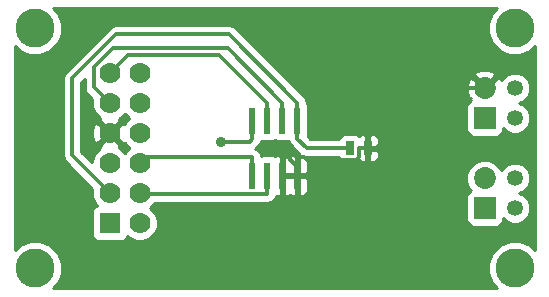
<source format=gtl>
G04 (created by PCBNEW-RS274X (2011-07-19)-testing) date Mon 24 Oct 2011 06:11:12 PM PDT*
G01*
G70*
G90*
%MOIN*%
G04 Gerber Fmt 3.4, Leading zero omitted, Abs format*
%FSLAX34Y34*%
G04 APERTURE LIST*
%ADD10C,0.006000*%
%ADD11C,0.130000*%
%ADD12R,0.019700X0.088600*%
%ADD13R,0.070000X0.070000*%
%ADD14C,0.070000*%
%ADD15R,0.025000X0.045000*%
%ADD16C,0.073000*%
%ADD17R,0.073000X0.073000*%
%ADD18C,0.053000*%
%ADD19C,0.035000*%
%ADD20C,0.012000*%
%ADD21C,0.010000*%
G04 APERTURE END LIST*
G54D10*
G54D11*
X67000Y-21000D03*
X51000Y-21000D03*
X67000Y-29000D03*
X51000Y-29000D03*
G54D12*
X58250Y-24085D03*
X58750Y-24085D03*
X59250Y-24085D03*
X59750Y-24085D03*
X58250Y-25916D03*
X58750Y-25916D03*
X59250Y-25916D03*
X59750Y-25916D03*
G54D13*
X53500Y-27500D03*
G54D14*
X54500Y-27500D03*
X53500Y-26500D03*
X54500Y-26500D03*
X53500Y-25500D03*
X54500Y-25500D03*
X53500Y-24500D03*
X54500Y-24500D03*
X53500Y-23500D03*
X54500Y-23500D03*
X53500Y-22500D03*
X54500Y-22500D03*
G54D15*
X61497Y-25000D03*
X62097Y-25000D03*
G54D16*
X66000Y-23000D03*
G54D17*
X66000Y-24000D03*
G54D18*
X67000Y-24000D03*
X67000Y-23000D03*
G54D16*
X66000Y-26000D03*
G54D17*
X66000Y-27000D03*
G54D18*
X67000Y-27000D03*
X67000Y-26000D03*
G54D19*
X57220Y-24780D03*
G54D20*
X52242Y-25242D02*
X53500Y-26500D01*
X52242Y-22675D02*
X52242Y-25242D01*
X53715Y-21202D02*
X52242Y-22675D01*
X57473Y-21202D02*
X53715Y-21202D01*
X59750Y-23479D02*
X57473Y-21202D01*
X59750Y-24085D02*
X59750Y-23479D01*
X60059Y-25000D02*
X59750Y-24691D01*
X61497Y-25000D02*
X60059Y-25000D01*
X59750Y-24085D02*
X59750Y-24691D01*
X54690Y-25310D02*
X58250Y-25310D01*
X54500Y-25500D02*
X54690Y-25310D01*
X58250Y-25916D02*
X58250Y-25310D01*
X59250Y-24085D02*
X59250Y-23479D01*
X57431Y-21660D02*
X59250Y-23479D01*
X53613Y-21660D02*
X57431Y-21660D01*
X52974Y-22299D02*
X53613Y-21660D01*
X52974Y-22974D02*
X52974Y-22299D01*
X53500Y-23500D02*
X52974Y-22974D01*
X57155Y-21884D02*
X58750Y-23479D01*
X54116Y-21884D02*
X57155Y-21884D01*
X53500Y-22500D02*
X54116Y-21884D01*
X58750Y-24085D02*
X58750Y-23479D01*
X58250Y-24085D02*
X58250Y-24691D01*
X58161Y-24780D02*
X57220Y-24780D01*
X58250Y-24691D02*
X58161Y-24780D01*
X54522Y-26522D02*
X58750Y-26522D01*
X54500Y-26500D02*
X54522Y-26522D01*
X58750Y-25916D02*
X58750Y-26522D01*
X59978Y-25310D02*
X59750Y-25310D01*
X60074Y-25406D02*
X59978Y-25310D01*
X61691Y-25406D02*
X60074Y-25406D01*
X61809Y-25288D02*
X61691Y-25406D01*
X61809Y-25000D02*
X61809Y-25288D01*
X62097Y-25000D02*
X61809Y-25000D01*
X59750Y-25916D02*
X59750Y-25613D01*
X59750Y-25613D02*
X59750Y-25310D01*
X59447Y-25310D02*
X59250Y-25310D01*
X59750Y-25613D02*
X59447Y-25310D01*
X59250Y-25916D02*
X59250Y-25310D01*
X64385Y-23000D02*
X62385Y-25000D01*
X66000Y-23000D02*
X64385Y-23000D01*
X62097Y-25000D02*
X62385Y-25000D01*
G54D10*
G36*
X54153Y-25000D02*
X54000Y-25153D01*
X53839Y-24992D01*
X53819Y-24984D01*
X53843Y-24914D01*
X53500Y-24571D01*
X53429Y-24642D01*
X53429Y-24500D01*
X53086Y-24157D01*
X52987Y-24190D01*
X52907Y-24409D01*
X52918Y-24644D01*
X52987Y-24810D01*
X53086Y-24843D01*
X53429Y-24500D01*
X53429Y-24642D01*
X53157Y-24914D01*
X53180Y-24984D01*
X53161Y-24992D01*
X52992Y-25161D01*
X52901Y-25381D01*
X52901Y-25463D01*
X52552Y-25114D01*
X52552Y-22803D01*
X52664Y-22691D01*
X52664Y-22974D01*
X52688Y-23093D01*
X52755Y-23193D01*
X52913Y-23351D01*
X52901Y-23381D01*
X52901Y-23619D01*
X52992Y-23839D01*
X53161Y-24008D01*
X53180Y-24015D01*
X53157Y-24086D01*
X53500Y-24429D01*
X53843Y-24086D01*
X53819Y-24015D01*
X53839Y-24008D01*
X54000Y-23847D01*
X54153Y-24000D01*
X53992Y-24161D01*
X53984Y-24180D01*
X53914Y-24157D01*
X53571Y-24500D01*
X53914Y-24843D01*
X53984Y-24819D01*
X53992Y-24839D01*
X54153Y-25000D01*
X54153Y-25000D01*
G37*
G54D21*
X54153Y-25000D02*
X54000Y-25153D01*
X53839Y-24992D01*
X53819Y-24984D01*
X53843Y-24914D01*
X53500Y-24571D01*
X53429Y-24642D01*
X53429Y-24500D01*
X53086Y-24157D01*
X52987Y-24190D01*
X52907Y-24409D01*
X52918Y-24644D01*
X52987Y-24810D01*
X53086Y-24843D01*
X53429Y-24500D01*
X53429Y-24642D01*
X53157Y-24914D01*
X53180Y-24984D01*
X53161Y-24992D01*
X52992Y-25161D01*
X52901Y-25381D01*
X52901Y-25463D01*
X52552Y-25114D01*
X52552Y-22803D01*
X52664Y-22691D01*
X52664Y-22974D01*
X52688Y-23093D01*
X52755Y-23193D01*
X52913Y-23351D01*
X52901Y-23381D01*
X52901Y-23619D01*
X52992Y-23839D01*
X53161Y-24008D01*
X53180Y-24015D01*
X53157Y-24086D01*
X53500Y-24429D01*
X53843Y-24086D01*
X53819Y-24015D01*
X53839Y-24008D01*
X54000Y-23847D01*
X54153Y-24000D01*
X53992Y-24161D01*
X53984Y-24180D01*
X53914Y-24157D01*
X53571Y-24500D01*
X53914Y-24843D01*
X53984Y-24819D01*
X53992Y-24839D01*
X54153Y-25000D01*
G54D10*
G36*
X67675Y-28402D02*
X67515Y-28242D01*
X67515Y-27103D01*
X67515Y-26898D01*
X67437Y-26709D01*
X67292Y-26564D01*
X67138Y-26499D01*
X67291Y-26437D01*
X67436Y-26292D01*
X67515Y-26103D01*
X67515Y-25898D01*
X67515Y-24103D01*
X67515Y-23898D01*
X67437Y-23709D01*
X67292Y-23564D01*
X67138Y-23499D01*
X67291Y-23437D01*
X67436Y-23292D01*
X67515Y-23103D01*
X67515Y-22898D01*
X67437Y-22709D01*
X67292Y-22564D01*
X67103Y-22485D01*
X66898Y-22485D01*
X66709Y-22563D01*
X66564Y-22708D01*
X66550Y-22741D01*
X66525Y-22680D01*
X66424Y-22646D01*
X66354Y-22716D01*
X66354Y-22576D01*
X66320Y-22475D01*
X66095Y-22393D01*
X65856Y-22403D01*
X65680Y-22475D01*
X65646Y-22576D01*
X66000Y-22929D01*
X66354Y-22576D01*
X66354Y-22716D01*
X66071Y-23000D01*
X66000Y-23071D01*
X65929Y-23000D01*
X65894Y-22965D01*
X65576Y-22646D01*
X65475Y-22680D01*
X65393Y-22905D01*
X65403Y-23144D01*
X65475Y-23320D01*
X65522Y-23336D01*
X65487Y-23372D01*
X65525Y-23410D01*
X65494Y-23424D01*
X65424Y-23494D01*
X65386Y-23585D01*
X65386Y-23684D01*
X65386Y-24414D01*
X65424Y-24506D01*
X65494Y-24576D01*
X65585Y-24614D01*
X65684Y-24614D01*
X66414Y-24614D01*
X66506Y-24576D01*
X66576Y-24506D01*
X66614Y-24415D01*
X66614Y-24342D01*
X66708Y-24436D01*
X66897Y-24515D01*
X67102Y-24515D01*
X67291Y-24437D01*
X67436Y-24292D01*
X67515Y-24103D01*
X67515Y-25898D01*
X67437Y-25709D01*
X67292Y-25564D01*
X67103Y-25485D01*
X66898Y-25485D01*
X66709Y-25563D01*
X66564Y-25708D01*
X66554Y-25731D01*
X66521Y-25652D01*
X66349Y-25479D01*
X66123Y-25385D01*
X65878Y-25385D01*
X65652Y-25479D01*
X65479Y-25651D01*
X65385Y-25877D01*
X65385Y-26122D01*
X65479Y-26348D01*
X65536Y-26406D01*
X65494Y-26424D01*
X65424Y-26494D01*
X65386Y-26585D01*
X65386Y-26684D01*
X65386Y-27414D01*
X65424Y-27506D01*
X65494Y-27576D01*
X65585Y-27614D01*
X65684Y-27614D01*
X66414Y-27614D01*
X66506Y-27576D01*
X66576Y-27506D01*
X66614Y-27415D01*
X66614Y-27342D01*
X66708Y-27436D01*
X66897Y-27515D01*
X67102Y-27515D01*
X67291Y-27437D01*
X67436Y-27292D01*
X67515Y-27103D01*
X67515Y-28242D01*
X67511Y-28238D01*
X67180Y-28100D01*
X66822Y-28100D01*
X66491Y-28237D01*
X66238Y-28489D01*
X66100Y-28820D01*
X66100Y-29178D01*
X66237Y-29509D01*
X66402Y-29675D01*
X62472Y-29675D01*
X62472Y-25112D01*
X62472Y-24888D01*
X62471Y-24824D01*
X62471Y-24725D01*
X62433Y-24634D01*
X62363Y-24564D01*
X62271Y-24526D01*
X62209Y-24525D01*
X62147Y-24587D01*
X62147Y-24950D01*
X62410Y-24950D01*
X62472Y-24888D01*
X62472Y-25112D01*
X62410Y-25050D01*
X62147Y-25050D01*
X62147Y-25413D01*
X62209Y-25475D01*
X62271Y-25474D01*
X62363Y-25436D01*
X62433Y-25366D01*
X62471Y-25275D01*
X62471Y-25176D01*
X62472Y-25112D01*
X62472Y-29675D01*
X62047Y-29675D01*
X62047Y-25413D01*
X62047Y-25100D01*
X62047Y-25050D01*
X62047Y-24950D01*
X62047Y-24900D01*
X62047Y-24587D01*
X61985Y-24525D01*
X61923Y-24526D01*
X61831Y-24564D01*
X61797Y-24598D01*
X61763Y-24564D01*
X61672Y-24526D01*
X61573Y-24526D01*
X61323Y-24526D01*
X61231Y-24564D01*
X61161Y-24634D01*
X61137Y-24690D01*
X60187Y-24690D01*
X60090Y-24593D01*
X60097Y-24578D01*
X60097Y-24479D01*
X60097Y-23593D01*
X60060Y-23503D01*
X60060Y-23479D01*
X60036Y-23361D01*
X60036Y-23360D01*
X59969Y-23260D01*
X57692Y-20983D01*
X57592Y-20916D01*
X57473Y-20892D01*
X53715Y-20892D01*
X53596Y-20916D01*
X53496Y-20983D01*
X52023Y-22456D01*
X51956Y-22556D01*
X51932Y-22675D01*
X51932Y-25242D01*
X51956Y-25361D01*
X52023Y-25461D01*
X52913Y-26351D01*
X52901Y-26381D01*
X52901Y-26619D01*
X52992Y-26839D01*
X53067Y-26914D01*
X53009Y-26939D01*
X52939Y-27009D01*
X52901Y-27100D01*
X52901Y-27199D01*
X52901Y-27899D01*
X52939Y-27991D01*
X53009Y-28061D01*
X53100Y-28099D01*
X53199Y-28099D01*
X53899Y-28099D01*
X53991Y-28061D01*
X54061Y-27991D01*
X54085Y-27932D01*
X54161Y-28008D01*
X54381Y-28099D01*
X54619Y-28099D01*
X54839Y-28008D01*
X55008Y-27839D01*
X55099Y-27619D01*
X55099Y-27381D01*
X55008Y-27161D01*
X54847Y-27000D01*
X55008Y-26839D01*
X55010Y-26832D01*
X58750Y-26832D01*
X58869Y-26808D01*
X58969Y-26741D01*
X59036Y-26641D01*
X59047Y-26584D01*
X59103Y-26608D01*
X59139Y-26609D01*
X59201Y-26547D01*
X59201Y-25966D01*
X59200Y-25966D01*
X59200Y-25866D01*
X59201Y-25866D01*
X59201Y-25285D01*
X59139Y-25223D01*
X59103Y-25224D01*
X59011Y-25262D01*
X59000Y-25273D01*
X58989Y-25262D01*
X58898Y-25224D01*
X58799Y-25224D01*
X58603Y-25224D01*
X58547Y-25247D01*
X58536Y-25191D01*
X58469Y-25091D01*
X58369Y-25024D01*
X58348Y-25019D01*
X58380Y-24999D01*
X58469Y-24911D01*
X58469Y-24910D01*
X58536Y-24810D01*
X58547Y-24754D01*
X58602Y-24777D01*
X58701Y-24777D01*
X58897Y-24777D01*
X58989Y-24739D01*
X59000Y-24728D01*
X59011Y-24739D01*
X59102Y-24777D01*
X59201Y-24777D01*
X59397Y-24777D01*
X59452Y-24753D01*
X59464Y-24810D01*
X59531Y-24910D01*
X59839Y-25219D01*
X59840Y-25219D01*
X59854Y-25229D01*
X59799Y-25285D01*
X59799Y-25866D01*
X60036Y-25866D01*
X60098Y-25804D01*
X60097Y-25522D01*
X60097Y-25423D01*
X60059Y-25332D01*
X60031Y-25304D01*
X60058Y-25309D01*
X60059Y-25310D01*
X61137Y-25310D01*
X61161Y-25366D01*
X61231Y-25436D01*
X61322Y-25474D01*
X61421Y-25474D01*
X61671Y-25474D01*
X61763Y-25436D01*
X61797Y-25402D01*
X61831Y-25436D01*
X61923Y-25474D01*
X61985Y-25475D01*
X62047Y-25413D01*
X62047Y-29675D01*
X60098Y-29675D01*
X60098Y-26028D01*
X60036Y-25966D01*
X59799Y-25966D01*
X59799Y-26547D01*
X59861Y-26609D01*
X59897Y-26608D01*
X59989Y-26570D01*
X60059Y-26500D01*
X60097Y-26409D01*
X60097Y-26310D01*
X60098Y-26028D01*
X60098Y-29675D01*
X59701Y-29675D01*
X59701Y-26547D01*
X59701Y-25966D01*
X59701Y-25866D01*
X59701Y-25285D01*
X59639Y-25223D01*
X59603Y-25224D01*
X59511Y-25262D01*
X59500Y-25273D01*
X59489Y-25262D01*
X59397Y-25224D01*
X59361Y-25223D01*
X59299Y-25285D01*
X59299Y-25866D01*
X59464Y-25866D01*
X59536Y-25866D01*
X59701Y-25866D01*
X59701Y-25966D01*
X59536Y-25966D01*
X59464Y-25966D01*
X59299Y-25966D01*
X59299Y-26547D01*
X59361Y-26609D01*
X59397Y-26608D01*
X59489Y-26570D01*
X59500Y-26559D01*
X59511Y-26570D01*
X59603Y-26608D01*
X59639Y-26609D01*
X59701Y-26547D01*
X59701Y-29675D01*
X51597Y-29675D01*
X51762Y-29511D01*
X51900Y-29180D01*
X51900Y-28822D01*
X51763Y-28491D01*
X51511Y-28238D01*
X51180Y-28100D01*
X50822Y-28100D01*
X50491Y-28237D01*
X50325Y-28402D01*
X50325Y-21597D01*
X50489Y-21762D01*
X50820Y-21900D01*
X51178Y-21900D01*
X51509Y-21763D01*
X51762Y-21511D01*
X51900Y-21180D01*
X51900Y-20822D01*
X51763Y-20491D01*
X51597Y-20325D01*
X66402Y-20325D01*
X66238Y-20489D01*
X66100Y-20820D01*
X66100Y-21178D01*
X66237Y-21509D01*
X66489Y-21762D01*
X66820Y-21900D01*
X67178Y-21900D01*
X67509Y-21763D01*
X67675Y-21597D01*
X67675Y-28402D01*
X67675Y-28402D01*
G37*
G54D21*
X67675Y-28402D02*
X67515Y-28242D01*
X67515Y-27103D01*
X67515Y-26898D01*
X67437Y-26709D01*
X67292Y-26564D01*
X67138Y-26499D01*
X67291Y-26437D01*
X67436Y-26292D01*
X67515Y-26103D01*
X67515Y-25898D01*
X67515Y-24103D01*
X67515Y-23898D01*
X67437Y-23709D01*
X67292Y-23564D01*
X67138Y-23499D01*
X67291Y-23437D01*
X67436Y-23292D01*
X67515Y-23103D01*
X67515Y-22898D01*
X67437Y-22709D01*
X67292Y-22564D01*
X67103Y-22485D01*
X66898Y-22485D01*
X66709Y-22563D01*
X66564Y-22708D01*
X66550Y-22741D01*
X66525Y-22680D01*
X66424Y-22646D01*
X66354Y-22716D01*
X66354Y-22576D01*
X66320Y-22475D01*
X66095Y-22393D01*
X65856Y-22403D01*
X65680Y-22475D01*
X65646Y-22576D01*
X66000Y-22929D01*
X66354Y-22576D01*
X66354Y-22716D01*
X66071Y-23000D01*
X66000Y-23071D01*
X65929Y-23000D01*
X65894Y-22965D01*
X65576Y-22646D01*
X65475Y-22680D01*
X65393Y-22905D01*
X65403Y-23144D01*
X65475Y-23320D01*
X65522Y-23336D01*
X65487Y-23372D01*
X65525Y-23410D01*
X65494Y-23424D01*
X65424Y-23494D01*
X65386Y-23585D01*
X65386Y-23684D01*
X65386Y-24414D01*
X65424Y-24506D01*
X65494Y-24576D01*
X65585Y-24614D01*
X65684Y-24614D01*
X66414Y-24614D01*
X66506Y-24576D01*
X66576Y-24506D01*
X66614Y-24415D01*
X66614Y-24342D01*
X66708Y-24436D01*
X66897Y-24515D01*
X67102Y-24515D01*
X67291Y-24437D01*
X67436Y-24292D01*
X67515Y-24103D01*
X67515Y-25898D01*
X67437Y-25709D01*
X67292Y-25564D01*
X67103Y-25485D01*
X66898Y-25485D01*
X66709Y-25563D01*
X66564Y-25708D01*
X66554Y-25731D01*
X66521Y-25652D01*
X66349Y-25479D01*
X66123Y-25385D01*
X65878Y-25385D01*
X65652Y-25479D01*
X65479Y-25651D01*
X65385Y-25877D01*
X65385Y-26122D01*
X65479Y-26348D01*
X65536Y-26406D01*
X65494Y-26424D01*
X65424Y-26494D01*
X65386Y-26585D01*
X65386Y-26684D01*
X65386Y-27414D01*
X65424Y-27506D01*
X65494Y-27576D01*
X65585Y-27614D01*
X65684Y-27614D01*
X66414Y-27614D01*
X66506Y-27576D01*
X66576Y-27506D01*
X66614Y-27415D01*
X66614Y-27342D01*
X66708Y-27436D01*
X66897Y-27515D01*
X67102Y-27515D01*
X67291Y-27437D01*
X67436Y-27292D01*
X67515Y-27103D01*
X67515Y-28242D01*
X67511Y-28238D01*
X67180Y-28100D01*
X66822Y-28100D01*
X66491Y-28237D01*
X66238Y-28489D01*
X66100Y-28820D01*
X66100Y-29178D01*
X66237Y-29509D01*
X66402Y-29675D01*
X62472Y-29675D01*
X62472Y-25112D01*
X62472Y-24888D01*
X62471Y-24824D01*
X62471Y-24725D01*
X62433Y-24634D01*
X62363Y-24564D01*
X62271Y-24526D01*
X62209Y-24525D01*
X62147Y-24587D01*
X62147Y-24950D01*
X62410Y-24950D01*
X62472Y-24888D01*
X62472Y-25112D01*
X62410Y-25050D01*
X62147Y-25050D01*
X62147Y-25413D01*
X62209Y-25475D01*
X62271Y-25474D01*
X62363Y-25436D01*
X62433Y-25366D01*
X62471Y-25275D01*
X62471Y-25176D01*
X62472Y-25112D01*
X62472Y-29675D01*
X62047Y-29675D01*
X62047Y-25413D01*
X62047Y-25100D01*
X62047Y-25050D01*
X62047Y-24950D01*
X62047Y-24900D01*
X62047Y-24587D01*
X61985Y-24525D01*
X61923Y-24526D01*
X61831Y-24564D01*
X61797Y-24598D01*
X61763Y-24564D01*
X61672Y-24526D01*
X61573Y-24526D01*
X61323Y-24526D01*
X61231Y-24564D01*
X61161Y-24634D01*
X61137Y-24690D01*
X60187Y-24690D01*
X60090Y-24593D01*
X60097Y-24578D01*
X60097Y-24479D01*
X60097Y-23593D01*
X60060Y-23503D01*
X60060Y-23479D01*
X60036Y-23361D01*
X60036Y-23360D01*
X59969Y-23260D01*
X57692Y-20983D01*
X57592Y-20916D01*
X57473Y-20892D01*
X53715Y-20892D01*
X53596Y-20916D01*
X53496Y-20983D01*
X52023Y-22456D01*
X51956Y-22556D01*
X51932Y-22675D01*
X51932Y-25242D01*
X51956Y-25361D01*
X52023Y-25461D01*
X52913Y-26351D01*
X52901Y-26381D01*
X52901Y-26619D01*
X52992Y-26839D01*
X53067Y-26914D01*
X53009Y-26939D01*
X52939Y-27009D01*
X52901Y-27100D01*
X52901Y-27199D01*
X52901Y-27899D01*
X52939Y-27991D01*
X53009Y-28061D01*
X53100Y-28099D01*
X53199Y-28099D01*
X53899Y-28099D01*
X53991Y-28061D01*
X54061Y-27991D01*
X54085Y-27932D01*
X54161Y-28008D01*
X54381Y-28099D01*
X54619Y-28099D01*
X54839Y-28008D01*
X55008Y-27839D01*
X55099Y-27619D01*
X55099Y-27381D01*
X55008Y-27161D01*
X54847Y-27000D01*
X55008Y-26839D01*
X55010Y-26832D01*
X58750Y-26832D01*
X58869Y-26808D01*
X58969Y-26741D01*
X59036Y-26641D01*
X59047Y-26584D01*
X59103Y-26608D01*
X59139Y-26609D01*
X59201Y-26547D01*
X59201Y-25966D01*
X59200Y-25966D01*
X59200Y-25866D01*
X59201Y-25866D01*
X59201Y-25285D01*
X59139Y-25223D01*
X59103Y-25224D01*
X59011Y-25262D01*
X59000Y-25273D01*
X58989Y-25262D01*
X58898Y-25224D01*
X58799Y-25224D01*
X58603Y-25224D01*
X58547Y-25247D01*
X58536Y-25191D01*
X58469Y-25091D01*
X58369Y-25024D01*
X58348Y-25019D01*
X58380Y-24999D01*
X58469Y-24911D01*
X58469Y-24910D01*
X58536Y-24810D01*
X58547Y-24754D01*
X58602Y-24777D01*
X58701Y-24777D01*
X58897Y-24777D01*
X58989Y-24739D01*
X59000Y-24728D01*
X59011Y-24739D01*
X59102Y-24777D01*
X59201Y-24777D01*
X59397Y-24777D01*
X59452Y-24753D01*
X59464Y-24810D01*
X59531Y-24910D01*
X59839Y-25219D01*
X59840Y-25219D01*
X59854Y-25229D01*
X59799Y-25285D01*
X59799Y-25866D01*
X60036Y-25866D01*
X60098Y-25804D01*
X60097Y-25522D01*
X60097Y-25423D01*
X60059Y-25332D01*
X60031Y-25304D01*
X60058Y-25309D01*
X60059Y-25310D01*
X61137Y-25310D01*
X61161Y-25366D01*
X61231Y-25436D01*
X61322Y-25474D01*
X61421Y-25474D01*
X61671Y-25474D01*
X61763Y-25436D01*
X61797Y-25402D01*
X61831Y-25436D01*
X61923Y-25474D01*
X61985Y-25475D01*
X62047Y-25413D01*
X62047Y-29675D01*
X60098Y-29675D01*
X60098Y-26028D01*
X60036Y-25966D01*
X59799Y-25966D01*
X59799Y-26547D01*
X59861Y-26609D01*
X59897Y-26608D01*
X59989Y-26570D01*
X60059Y-26500D01*
X60097Y-26409D01*
X60097Y-26310D01*
X60098Y-26028D01*
X60098Y-29675D01*
X59701Y-29675D01*
X59701Y-26547D01*
X59701Y-25966D01*
X59701Y-25866D01*
X59701Y-25285D01*
X59639Y-25223D01*
X59603Y-25224D01*
X59511Y-25262D01*
X59500Y-25273D01*
X59489Y-25262D01*
X59397Y-25224D01*
X59361Y-25223D01*
X59299Y-25285D01*
X59299Y-25866D01*
X59464Y-25866D01*
X59536Y-25866D01*
X59701Y-25866D01*
X59701Y-25966D01*
X59536Y-25966D01*
X59464Y-25966D01*
X59299Y-25966D01*
X59299Y-26547D01*
X59361Y-26609D01*
X59397Y-26608D01*
X59489Y-26570D01*
X59500Y-26559D01*
X59511Y-26570D01*
X59603Y-26608D01*
X59639Y-26609D01*
X59701Y-26547D01*
X59701Y-29675D01*
X51597Y-29675D01*
X51762Y-29511D01*
X51900Y-29180D01*
X51900Y-28822D01*
X51763Y-28491D01*
X51511Y-28238D01*
X51180Y-28100D01*
X50822Y-28100D01*
X50491Y-28237D01*
X50325Y-28402D01*
X50325Y-21597D01*
X50489Y-21762D01*
X50820Y-21900D01*
X51178Y-21900D01*
X51509Y-21763D01*
X51762Y-21511D01*
X51900Y-21180D01*
X51900Y-20822D01*
X51763Y-20491D01*
X51597Y-20325D01*
X66402Y-20325D01*
X66238Y-20489D01*
X66100Y-20820D01*
X66100Y-21178D01*
X66237Y-21509D01*
X66489Y-21762D01*
X66820Y-21900D01*
X67178Y-21900D01*
X67509Y-21763D01*
X67675Y-21597D01*
X67675Y-28402D01*
M02*

</source>
